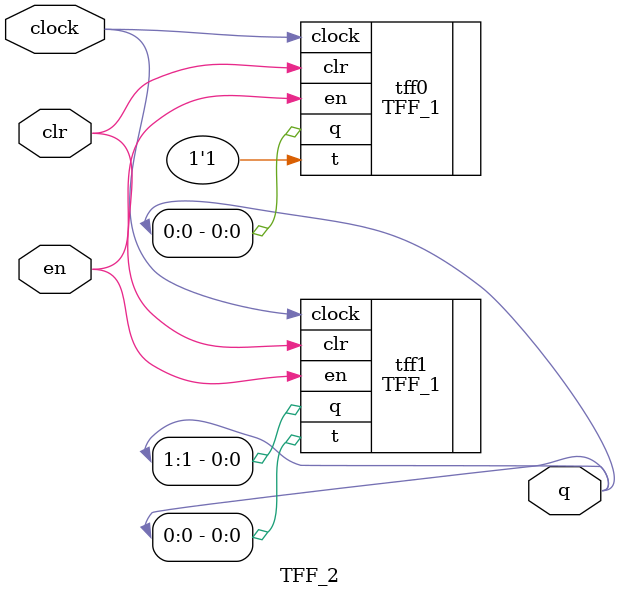
<source format=v>
module TFF_2(input clock, input en, input clr, output [1:0] q);
    TFF_1 tff0(.clock(clock), .t(1'b1), .en(en), .clr(clr), .q(q[0]));
    TFF_1 tff1(.clock(clock), .t(q[0]), .en(en), .clr(clr), .q(q[1]));

endmodule
</source>
